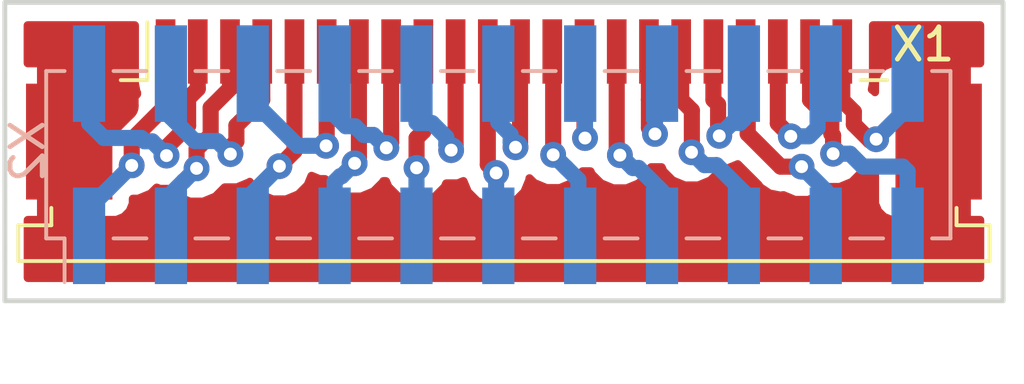
<source format=kicad_pcb>
(kicad_pcb (version 20171130) (host pcbnew 5.0.2-bee76a0~70~ubuntu18.04.1)

  (general
    (thickness 1.6)
    (drawings 6)
    (tracks 187)
    (zones 0)
    (modules 2)
    (nets 24)
  )

  (page A4)
  (layers
    (0 F.Cu signal)
    (31 B.Cu signal)
    (32 B.Adhes user)
    (33 F.Adhes user)
    (34 B.Paste user)
    (35 F.Paste user)
    (36 B.SilkS user)
    (37 F.SilkS user)
    (38 B.Mask user)
    (39 F.Mask user)
    (40 Dwgs.User user)
    (41 Cmts.User user)
    (42 Eco1.User user)
    (43 Eco2.User user)
    (44 Edge.Cuts user)
    (45 Margin user)
    (46 B.CrtYd user)
    (47 F.CrtYd user)
    (48 B.Fab user)
    (49 F.Fab user)
  )

  (setup
    (last_trace_width 0.25)
    (user_trace_width 0.3)
    (user_trace_width 0.4)
    (user_trace_width 0.5)
    (user_trace_width 0.8)
    (user_trace_width 1)
    (user_trace_width 1.5)
    (user_trace_width 2)
    (trace_clearance 0.2)
    (zone_clearance 0.508)
    (zone_45_only no)
    (trace_min 0.2)
    (segment_width 0.2)
    (edge_width 0.15)
    (via_size 0.8)
    (via_drill 0.4)
    (via_min_size 0.4)
    (via_min_drill 0.3)
    (uvia_size 0.3)
    (uvia_drill 0.1)
    (uvias_allowed no)
    (uvia_min_size 0.2)
    (uvia_min_drill 0.1)
    (pcb_text_width 0.3)
    (pcb_text_size 1.5 1.5)
    (mod_edge_width 0.15)
    (mod_text_size 1 1)
    (mod_text_width 0.15)
    (pad_size 1.524 1.524)
    (pad_drill 0.762)
    (pad_to_mask_clearance 0.051)
    (solder_mask_min_width 0.25)
    (aux_axis_origin 0 0)
    (visible_elements FFFFFF7F)
    (pcbplotparams
      (layerselection 0x010fc_ffffffff)
      (usegerberextensions false)
      (usegerberattributes false)
      (usegerberadvancedattributes false)
      (creategerberjobfile false)
      (excludeedgelayer true)
      (linewidth 0.100000)
      (plotframeref false)
      (viasonmask false)
      (mode 1)
      (useauxorigin false)
      (hpglpennumber 1)
      (hpglpenspeed 20)
      (hpglpendiameter 15.000000)
      (psnegative false)
      (psa4output false)
      (plotreference true)
      (plotvalue true)
      (plotinvisibletext false)
      (padsonsilk false)
      (subtractmaskfromsilk false)
      (outputformat 1)
      (mirror false)
      (drillshape 1)
      (scaleselection 1)
      (outputdirectory ""))
  )

  (net 0 "")
  (net 1 "Net-(X1-Pad1)")
  (net 2 "Net-(X1-Pad2)")
  (net 3 "Net-(X1-Pad3)")
  (net 4 "Net-(X1-Pad4)")
  (net 5 "Net-(X1-Pad5)")
  (net 6 "Net-(X1-Pad6)")
  (net 7 "Net-(X1-Pad7)")
  (net 8 "Net-(X1-Pad8)")
  (net 9 "Net-(X1-Pad9)")
  (net 10 "Net-(X1-Pad10)")
  (net 11 "Net-(X1-Pad11)")
  (net 12 "Net-(X1-Pad12)")
  (net 13 "Net-(X1-Pad13)")
  (net 14 "Net-(X1-Pad14)")
  (net 15 "Net-(X1-Pad15)")
  (net 16 "Net-(X1-Pad16)")
  (net 17 "Net-(X1-Pad17)")
  (net 18 "Net-(X1-Pad18)")
  (net 19 "Net-(X1-Pad19)")
  (net 20 "Net-(X1-Pad20)")
  (net 21 "Net-(X1-Pad21)")
  (net 22 "Net-(X1-Pad22)")
  (net 23 GND)

  (net_class Default "This is the default net class."
    (clearance 0.2)
    (trace_width 0.25)
    (via_dia 0.8)
    (via_drill 0.4)
    (uvia_dia 0.3)
    (uvia_drill 0.1)
    (add_net GND)
    (add_net "Net-(X1-Pad1)")
    (add_net "Net-(X1-Pad10)")
    (add_net "Net-(X1-Pad11)")
    (add_net "Net-(X1-Pad12)")
    (add_net "Net-(X1-Pad13)")
    (add_net "Net-(X1-Pad14)")
    (add_net "Net-(X1-Pad15)")
    (add_net "Net-(X1-Pad16)")
    (add_net "Net-(X1-Pad17)")
    (add_net "Net-(X1-Pad18)")
    (add_net "Net-(X1-Pad19)")
    (add_net "Net-(X1-Pad2)")
    (add_net "Net-(X1-Pad20)")
    (add_net "Net-(X1-Pad21)")
    (add_net "Net-(X1-Pad22)")
    (add_net "Net-(X1-Pad3)")
    (add_net "Net-(X1-Pad4)")
    (add_net "Net-(X1-Pad5)")
    (add_net "Net-(X1-Pad6)")
    (add_net "Net-(X1-Pad7)")
    (add_net "Net-(X1-Pad8)")
    (add_net "Net-(X1-Pad9)")
  )

  (module Connector_FFC-FPC:TE_2-84953-2_1x22-1MP_P1.0mm_Horizontal (layer F.Cu) (tedit 5AEE14E3) (tstamp 5E7C4C88)
    (at 145.324721 66.240801)
    (descr "TE FPC connector, 22 top-side contacts, 1.0mm pitch, 1.0mm height, SMT, http://www.te.com/commerce/DocumentDelivery/DDEController?Action=srchrtrv&DocNm=84953&DocType=Customer+Drawing&DocLang=English&DocFormat=pdf&PartCntxt=84953-4")
    (tags "te fpc 84953")
    (path /5E6E5B82)
    (attr smd)
    (fp_text reference X1 (at 13.018879 -2.019441) (layer F.SilkS)
      (effects (font (size 1 1) (thickness 0.15)))
    )
    (fp_text value "Molex 52207-2233" (at 0 7.7) (layer F.Fab)
      (effects (font (size 1 1) (thickness 0.15)))
    )
    (fp_line (start -13.935 -0.8) (end 13.935 -0.8) (layer F.Fab) (width 0.1))
    (fp_line (start 13.935 -0.8) (end 13.935 3.71) (layer F.Fab) (width 0.1))
    (fp_line (start 13.935 3.71) (end 14.96 3.71) (layer F.Fab) (width 0.1))
    (fp_line (start 14.96 3.71) (end 14.96 4.6) (layer F.Fab) (width 0.1))
    (fp_line (start 14.96 4.6) (end -14.96 4.6) (layer F.Fab) (width 0.1))
    (fp_line (start -14.96 4.6) (end -14.96 3.71) (layer F.Fab) (width 0.1))
    (fp_line (start -14.96 3.71) (end -13.935 3.71) (layer F.Fab) (width 0.1))
    (fp_line (start -13.935 3.71) (end -13.935 -0.8) (layer F.Fab) (width 0.1))
    (fp_line (start -11 -0.8) (end -10.5 0.2) (layer F.Fab) (width 0.1))
    (fp_line (start -10.5 0.2) (end -10 -0.8) (layer F.Fab) (width 0.1))
    (fp_line (start 13.935 4.6) (end 13.935 5.61) (layer F.Fab) (width 0.1))
    (fp_line (start 13.935 5.61) (end 14.96 5.61) (layer F.Fab) (width 0.1))
    (fp_line (start 14.96 5.61) (end 14.96 6.5) (layer F.Fab) (width 0.1))
    (fp_line (start 14.96 6.5) (end -14.96 6.5) (layer F.Fab) (width 0.1))
    (fp_line (start -14.96 6.5) (end -14.96 5.61) (layer F.Fab) (width 0.1))
    (fp_line (start -14.96 5.61) (end -13.935 5.61) (layer F.Fab) (width 0.1))
    (fp_line (start -13.935 5.61) (end -13.935 4.6) (layer F.Fab) (width 0.1))
    (fp_line (start 14.045 3.06) (end 14.045 3.6) (layer F.SilkS) (width 0.12))
    (fp_line (start 14.045 3.6) (end 15.07 3.6) (layer F.SilkS) (width 0.12))
    (fp_line (start 15.07 3.6) (end 15.07 4.71) (layer F.SilkS) (width 0.12))
    (fp_line (start 15.07 4.71) (end -15.07 4.71) (layer F.SilkS) (width 0.12))
    (fp_line (start -15.07 4.71) (end -15.07 3.6) (layer F.SilkS) (width 0.12))
    (fp_line (start -15.07 3.6) (end -14.045 3.6) (layer F.SilkS) (width 0.12))
    (fp_line (start -14.045 3.6) (end -14.045 3.06) (layer F.SilkS) (width 0.12))
    (fp_line (start -11.89 -0.91) (end -11.065 -0.91) (layer F.SilkS) (width 0.12))
    (fp_line (start -11.065 -0.91) (end -11.065 -2.71) (layer F.SilkS) (width 0.12))
    (fp_line (start 11.065 -0.91) (end 11.89 -0.91) (layer F.SilkS) (width 0.12))
    (fp_line (start -15.46 -3.3) (end -15.46 7) (layer F.CrtYd) (width 0.05))
    (fp_line (start -15.46 7) (end 15.46 7) (layer F.CrtYd) (width 0.05))
    (fp_line (start 15.46 7) (end 15.46 -3.3) (layer F.CrtYd) (width 0.05))
    (fp_line (start 15.46 -3.3) (end -15.46 -3.3) (layer F.CrtYd) (width 0.05))
    (fp_text user %R (at 13.021419 -2.019441) (layer F.Fab)
      (effects (font (size 1 1) (thickness 0.15)))
    )
    (pad 1 smd rect (at -10.5 -1.8) (size 0.61 2) (layers F.Cu F.Paste F.Mask)
      (net 1 "Net-(X1-Pad1)"))
    (pad 2 smd rect (at -9.5 -1.8) (size 0.61 2) (layers F.Cu F.Paste F.Mask)
      (net 2 "Net-(X1-Pad2)"))
    (pad 3 smd rect (at -8.5 -1.8) (size 0.61 2) (layers F.Cu F.Paste F.Mask)
      (net 3 "Net-(X1-Pad3)"))
    (pad 4 smd rect (at -7.5 -1.8) (size 0.61 2) (layers F.Cu F.Paste F.Mask)
      (net 4 "Net-(X1-Pad4)"))
    (pad 5 smd rect (at -6.5 -1.8) (size 0.61 2) (layers F.Cu F.Paste F.Mask)
      (net 5 "Net-(X1-Pad5)"))
    (pad 6 smd rect (at -5.5 -1.8) (size 0.61 2) (layers F.Cu F.Paste F.Mask)
      (net 6 "Net-(X1-Pad6)"))
    (pad 7 smd rect (at -4.5 -1.8) (size 0.61 2) (layers F.Cu F.Paste F.Mask)
      (net 7 "Net-(X1-Pad7)"))
    (pad 8 smd rect (at -3.5 -1.8) (size 0.61 2) (layers F.Cu F.Paste F.Mask)
      (net 8 "Net-(X1-Pad8)"))
    (pad 9 smd rect (at -2.5 -1.8) (size 0.61 2) (layers F.Cu F.Paste F.Mask)
      (net 9 "Net-(X1-Pad9)"))
    (pad 10 smd rect (at -1.5 -1.8) (size 0.61 2) (layers F.Cu F.Paste F.Mask)
      (net 10 "Net-(X1-Pad10)"))
    (pad 11 smd rect (at -0.5 -1.8) (size 0.61 2) (layers F.Cu F.Paste F.Mask)
      (net 11 "Net-(X1-Pad11)"))
    (pad 12 smd rect (at 0.5 -1.8) (size 0.61 2) (layers F.Cu F.Paste F.Mask)
      (net 12 "Net-(X1-Pad12)"))
    (pad 13 smd rect (at 1.5 -1.8) (size 0.61 2) (layers F.Cu F.Paste F.Mask)
      (net 13 "Net-(X1-Pad13)"))
    (pad 14 smd rect (at 2.5 -1.8) (size 0.61 2) (layers F.Cu F.Paste F.Mask)
      (net 14 "Net-(X1-Pad14)"))
    (pad 15 smd rect (at 3.5 -1.8) (size 0.61 2) (layers F.Cu F.Paste F.Mask)
      (net 15 "Net-(X1-Pad15)"))
    (pad 16 smd rect (at 4.5 -1.8) (size 0.61 2) (layers F.Cu F.Paste F.Mask)
      (net 16 "Net-(X1-Pad16)"))
    (pad 17 smd rect (at 5.5 -1.8) (size 0.61 2) (layers F.Cu F.Paste F.Mask)
      (net 17 "Net-(X1-Pad17)"))
    (pad 18 smd rect (at 6.5 -1.8) (size 0.61 2) (layers F.Cu F.Paste F.Mask)
      (net 18 "Net-(X1-Pad18)"))
    (pad 19 smd rect (at 7.5 -1.8) (size 0.61 2) (layers F.Cu F.Paste F.Mask)
      (net 19 "Net-(X1-Pad19)"))
    (pad 20 smd rect (at 8.5 -1.8) (size 0.61 2) (layers F.Cu F.Paste F.Mask)
      (net 20 "Net-(X1-Pad20)"))
    (pad 21 smd rect (at 9.5 -1.8) (size 0.61 2) (layers F.Cu F.Paste F.Mask)
      (net 21 "Net-(X1-Pad21)"))
    (pad 22 smd rect (at 10.5 -1.8) (size 0.61 2) (layers F.Cu F.Paste F.Mask)
      (net 22 "Net-(X1-Pad22)"))
    (pad MP smd rect (at -13.49 1) (size 2.68 3.6) (layers F.Cu F.Paste F.Mask)
      (net 23 GND))
    (pad MP smd rect (at 13.49 1) (size 2.68 3.6) (layers F.Cu F.Paste F.Mask)
      (net 23 GND))
    (model ${KISYS3DMOD}/Connector_FFC-FPC.3dshapes/TE_2-84953-2_1x22-1MP_P1.0mm_Horizontal.wrl
      (at (xyz 0 0 0))
      (scale (xyz 1 1 1))
      (rotate (xyz 0 0 0))
    )
    (model /home/mstickel/code/Wing/DivaWing/Hardware/Console/522072233.stp
      (offset (xyz 0 -2.1 1.27))
      (scale (xyz 1 1 1))
      (rotate (xyz -90 0 0))
    )
  )

  (module Connector_PinSocket_2.54mm:PinSocket_2x11_P2.54mm_Vertical_SMD (layer B.Cu) (tedit 5A19A42C) (tstamp 5E7C4D09)
    (at 145.15084 67.64782 270)
    (descr "surface-mounted straight socket strip, 2x11, 2.54mm pitch, double cols (from Kicad 4.0.7), script generated")
    (tags "Surface mounted socket strip SMD 2x11 2.54mm double row")
    (path /5E6E5DA9)
    (attr smd)
    (fp_text reference X2 (at -0.10668 14.60754 270) (layer B.SilkS)
      (effects (font (size 1 1) (thickness 0.15)) (justify mirror))
    )
    (fp_text value Conn_01x22 (at 0 -15.47 270) (layer B.Fab)
      (effects (font (size 1 1) (thickness 0.15)) (justify mirror))
    )
    (fp_line (start -2.6 14.03) (end 2.6 14.03) (layer B.SilkS) (width 0.12))
    (fp_line (start 2.6 14.03) (end 2.6 13.46) (layer B.SilkS) (width 0.12))
    (fp_line (start 2.6 11.94) (end 2.6 10.92) (layer B.SilkS) (width 0.12))
    (fp_line (start 2.6 9.4) (end 2.6 8.38) (layer B.SilkS) (width 0.12))
    (fp_line (start 2.6 6.86) (end 2.6 5.84) (layer B.SilkS) (width 0.12))
    (fp_line (start 2.6 4.32) (end 2.6 3.3) (layer B.SilkS) (width 0.12))
    (fp_line (start 2.6 1.78) (end 2.6 0.76) (layer B.SilkS) (width 0.12))
    (fp_line (start 2.6 -0.76) (end 2.6 -1.78) (layer B.SilkS) (width 0.12))
    (fp_line (start 2.6 -3.3) (end 2.6 -4.32) (layer B.SilkS) (width 0.12))
    (fp_line (start 2.6 -5.84) (end 2.6 -6.86) (layer B.SilkS) (width 0.12))
    (fp_line (start 2.6 -8.38) (end 2.6 -9.4) (layer B.SilkS) (width 0.12))
    (fp_line (start 2.6 -10.92) (end 2.6 -11.94) (layer B.SilkS) (width 0.12))
    (fp_line (start 2.6 -13.46) (end 2.6 -14.03) (layer B.SilkS) (width 0.12))
    (fp_line (start -2.6 -14.03) (end 2.6 -14.03) (layer B.SilkS) (width 0.12))
    (fp_line (start -2.6 14.03) (end -2.6 13.46) (layer B.SilkS) (width 0.12))
    (fp_line (start -2.6 11.94) (end -2.6 10.92) (layer B.SilkS) (width 0.12))
    (fp_line (start -2.6 9.4) (end -2.6 8.38) (layer B.SilkS) (width 0.12))
    (fp_line (start -2.6 6.86) (end -2.6 5.84) (layer B.SilkS) (width 0.12))
    (fp_line (start -2.6 4.32) (end -2.6 3.3) (layer B.SilkS) (width 0.12))
    (fp_line (start -2.6 1.78) (end -2.6 0.76) (layer B.SilkS) (width 0.12))
    (fp_line (start -2.6 -0.76) (end -2.6 -1.78) (layer B.SilkS) (width 0.12))
    (fp_line (start -2.6 -3.3) (end -2.6 -4.32) (layer B.SilkS) (width 0.12))
    (fp_line (start -2.6 -5.84) (end -2.6 -6.86) (layer B.SilkS) (width 0.12))
    (fp_line (start -2.6 -8.38) (end -2.6 -9.4) (layer B.SilkS) (width 0.12))
    (fp_line (start -2.6 -10.92) (end -2.6 -11.94) (layer B.SilkS) (width 0.12))
    (fp_line (start -2.6 -13.46) (end -2.6 -14.03) (layer B.SilkS) (width 0.12))
    (fp_line (start 2.6 13.46) (end 3.96 13.46) (layer B.SilkS) (width 0.12))
    (fp_line (start -2.54 13.97) (end 1.54 13.97) (layer B.Fab) (width 0.1))
    (fp_line (start 1.54 13.97) (end 2.54 12.97) (layer B.Fab) (width 0.1))
    (fp_line (start 2.54 12.97) (end 2.54 -13.97) (layer B.Fab) (width 0.1))
    (fp_line (start 2.54 -13.97) (end -2.54 -13.97) (layer B.Fab) (width 0.1))
    (fp_line (start -2.54 -13.97) (end -2.54 13.97) (layer B.Fab) (width 0.1))
    (fp_line (start -3.92 13.02) (end -2.54 13.02) (layer B.Fab) (width 0.1))
    (fp_line (start -2.54 12.38) (end -3.92 12.38) (layer B.Fab) (width 0.1))
    (fp_line (start -3.92 12.38) (end -3.92 13.02) (layer B.Fab) (width 0.1))
    (fp_line (start 2.54 13.02) (end 3.92 13.02) (layer B.Fab) (width 0.1))
    (fp_line (start 3.92 13.02) (end 3.92 12.38) (layer B.Fab) (width 0.1))
    (fp_line (start 3.92 12.38) (end 2.54 12.38) (layer B.Fab) (width 0.1))
    (fp_line (start -3.92 10.48) (end -2.54 10.48) (layer B.Fab) (width 0.1))
    (fp_line (start -2.54 9.84) (end -3.92 9.84) (layer B.Fab) (width 0.1))
    (fp_line (start -3.92 9.84) (end -3.92 10.48) (layer B.Fab) (width 0.1))
    (fp_line (start 2.54 10.48) (end 3.92 10.48) (layer B.Fab) (width 0.1))
    (fp_line (start 3.92 10.48) (end 3.92 9.84) (layer B.Fab) (width 0.1))
    (fp_line (start 3.92 9.84) (end 2.54 9.84) (layer B.Fab) (width 0.1))
    (fp_line (start -3.92 7.94) (end -2.54 7.94) (layer B.Fab) (width 0.1))
    (fp_line (start -2.54 7.3) (end -3.92 7.3) (layer B.Fab) (width 0.1))
    (fp_line (start -3.92 7.3) (end -3.92 7.94) (layer B.Fab) (width 0.1))
    (fp_line (start 2.54 7.94) (end 3.92 7.94) (layer B.Fab) (width 0.1))
    (fp_line (start 3.92 7.94) (end 3.92 7.3) (layer B.Fab) (width 0.1))
    (fp_line (start 3.92 7.3) (end 2.54 7.3) (layer B.Fab) (width 0.1))
    (fp_line (start -3.92 5.4) (end -2.54 5.4) (layer B.Fab) (width 0.1))
    (fp_line (start -2.54 4.76) (end -3.92 4.76) (layer B.Fab) (width 0.1))
    (fp_line (start -3.92 4.76) (end -3.92 5.4) (layer B.Fab) (width 0.1))
    (fp_line (start 2.54 5.4) (end 3.92 5.4) (layer B.Fab) (width 0.1))
    (fp_line (start 3.92 5.4) (end 3.92 4.76) (layer B.Fab) (width 0.1))
    (fp_line (start 3.92 4.76) (end 2.54 4.76) (layer B.Fab) (width 0.1))
    (fp_line (start -3.92 2.86) (end -2.54 2.86) (layer B.Fab) (width 0.1))
    (fp_line (start -2.54 2.22) (end -3.92 2.22) (layer B.Fab) (width 0.1))
    (fp_line (start -3.92 2.22) (end -3.92 2.86) (layer B.Fab) (width 0.1))
    (fp_line (start 2.54 2.86) (end 3.92 2.86) (layer B.Fab) (width 0.1))
    (fp_line (start 3.92 2.86) (end 3.92 2.22) (layer B.Fab) (width 0.1))
    (fp_line (start 3.92 2.22) (end 2.54 2.22) (layer B.Fab) (width 0.1))
    (fp_line (start -3.92 0.32) (end -2.54 0.32) (layer B.Fab) (width 0.1))
    (fp_line (start -2.54 -0.32) (end -3.92 -0.32) (layer B.Fab) (width 0.1))
    (fp_line (start -3.92 -0.32) (end -3.92 0.32) (layer B.Fab) (width 0.1))
    (fp_line (start 2.54 0.32) (end 3.92 0.32) (layer B.Fab) (width 0.1))
    (fp_line (start 3.92 0.32) (end 3.92 -0.32) (layer B.Fab) (width 0.1))
    (fp_line (start 3.92 -0.32) (end 2.54 -0.32) (layer B.Fab) (width 0.1))
    (fp_line (start -3.92 -2.22) (end -2.54 -2.22) (layer B.Fab) (width 0.1))
    (fp_line (start -2.54 -2.86) (end -3.92 -2.86) (layer B.Fab) (width 0.1))
    (fp_line (start -3.92 -2.86) (end -3.92 -2.22) (layer B.Fab) (width 0.1))
    (fp_line (start 2.54 -2.22) (end 3.92 -2.22) (layer B.Fab) (width 0.1))
    (fp_line (start 3.92 -2.22) (end 3.92 -2.86) (layer B.Fab) (width 0.1))
    (fp_line (start 3.92 -2.86) (end 2.54 -2.86) (layer B.Fab) (width 0.1))
    (fp_line (start -3.92 -4.76) (end -2.54 -4.76) (layer B.Fab) (width 0.1))
    (fp_line (start -2.54 -5.4) (end -3.92 -5.4) (layer B.Fab) (width 0.1))
    (fp_line (start -3.92 -5.4) (end -3.92 -4.76) (layer B.Fab) (width 0.1))
    (fp_line (start 2.54 -4.76) (end 3.92 -4.76) (layer B.Fab) (width 0.1))
    (fp_line (start 3.92 -4.76) (end 3.92 -5.4) (layer B.Fab) (width 0.1))
    (fp_line (start 3.92 -5.4) (end 2.54 -5.4) (layer B.Fab) (width 0.1))
    (fp_line (start -3.92 -7.3) (end -2.54 -7.3) (layer B.Fab) (width 0.1))
    (fp_line (start -2.54 -7.94) (end -3.92 -7.94) (layer B.Fab) (width 0.1))
    (fp_line (start -3.92 -7.94) (end -3.92 -7.3) (layer B.Fab) (width 0.1))
    (fp_line (start 2.54 -7.3) (end 3.92 -7.3) (layer B.Fab) (width 0.1))
    (fp_line (start 3.92 -7.3) (end 3.92 -7.94) (layer B.Fab) (width 0.1))
    (fp_line (start 3.92 -7.94) (end 2.54 -7.94) (layer B.Fab) (width 0.1))
    (fp_line (start -3.92 -9.84) (end -2.54 -9.84) (layer B.Fab) (width 0.1))
    (fp_line (start -2.54 -10.48) (end -3.92 -10.48) (layer B.Fab) (width 0.1))
    (fp_line (start -3.92 -10.48) (end -3.92 -9.84) (layer B.Fab) (width 0.1))
    (fp_line (start 2.54 -9.84) (end 3.92 -9.84) (layer B.Fab) (width 0.1))
    (fp_line (start 3.92 -9.84) (end 3.92 -10.48) (layer B.Fab) (width 0.1))
    (fp_line (start 3.92 -10.48) (end 2.54 -10.48) (layer B.Fab) (width 0.1))
    (fp_line (start -3.92 -12.38) (end -2.54 -12.38) (layer B.Fab) (width 0.1))
    (fp_line (start -2.54 -13.02) (end -3.92 -13.02) (layer B.Fab) (width 0.1))
    (fp_line (start -3.92 -13.02) (end -3.92 -12.38) (layer B.Fab) (width 0.1))
    (fp_line (start 2.54 -12.38) (end 3.92 -12.38) (layer B.Fab) (width 0.1))
    (fp_line (start 3.92 -12.38) (end 3.92 -13.02) (layer B.Fab) (width 0.1))
    (fp_line (start 3.92 -13.02) (end 2.54 -13.02) (layer B.Fab) (width 0.1))
    (fp_line (start -4.55 14.5) (end 4.5 14.5) (layer B.CrtYd) (width 0.05))
    (fp_line (start 4.5 14.5) (end 4.5 -14.45) (layer B.CrtYd) (width 0.05))
    (fp_line (start 4.5 -14.45) (end -4.55 -14.45) (layer B.CrtYd) (width 0.05))
    (fp_line (start -4.55 -14.45) (end -4.55 14.5) (layer B.CrtYd) (width 0.05))
    (fp_text user %R (at -0.10668 14.61516 270) (layer B.Fab)
      (effects (font (size 1 1) (thickness 0.15)) (justify mirror))
    )
    (pad 1 smd rect (at 2.52 12.7 270) (size 3 1) (layers B.Cu B.Paste B.Mask)
      (net 1 "Net-(X1-Pad1)"))
    (pad 2 smd rect (at -2.52 12.7 270) (size 3 1) (layers B.Cu B.Paste B.Mask)
      (net 2 "Net-(X1-Pad2)"))
    (pad 3 smd rect (at 2.52 10.16 270) (size 3 1) (layers B.Cu B.Paste B.Mask)
      (net 3 "Net-(X1-Pad3)"))
    (pad 4 smd rect (at -2.52 10.16 270) (size 3 1) (layers B.Cu B.Paste B.Mask)
      (net 4 "Net-(X1-Pad4)"))
    (pad 5 smd rect (at 2.52 7.62 270) (size 3 1) (layers B.Cu B.Paste B.Mask)
      (net 5 "Net-(X1-Pad5)"))
    (pad 6 smd rect (at -2.52 7.62 270) (size 3 1) (layers B.Cu B.Paste B.Mask)
      (net 6 "Net-(X1-Pad6)"))
    (pad 7 smd rect (at 2.52 5.08 270) (size 3 1) (layers B.Cu B.Paste B.Mask)
      (net 7 "Net-(X1-Pad7)"))
    (pad 8 smd rect (at -2.52 5.08 270) (size 3 1) (layers B.Cu B.Paste B.Mask)
      (net 8 "Net-(X1-Pad8)"))
    (pad 9 smd rect (at 2.52 2.54 270) (size 3 1) (layers B.Cu B.Paste B.Mask)
      (net 9 "Net-(X1-Pad9)"))
    (pad 10 smd rect (at -2.52 2.54 270) (size 3 1) (layers B.Cu B.Paste B.Mask)
      (net 10 "Net-(X1-Pad10)"))
    (pad 11 smd rect (at 2.52 0 270) (size 3 1) (layers B.Cu B.Paste B.Mask)
      (net 11 "Net-(X1-Pad11)"))
    (pad 12 smd rect (at -2.52 0 270) (size 3 1) (layers B.Cu B.Paste B.Mask)
      (net 12 "Net-(X1-Pad12)"))
    (pad 13 smd rect (at 2.52 -2.54 270) (size 3 1) (layers B.Cu B.Paste B.Mask)
      (net 13 "Net-(X1-Pad13)"))
    (pad 14 smd rect (at -2.52 -2.54 270) (size 3 1) (layers B.Cu B.Paste B.Mask)
      (net 14 "Net-(X1-Pad14)"))
    (pad 15 smd rect (at 2.52 -5.08 270) (size 3 1) (layers B.Cu B.Paste B.Mask)
      (net 15 "Net-(X1-Pad15)"))
    (pad 16 smd rect (at -2.52 -5.08 270) (size 3 1) (layers B.Cu B.Paste B.Mask)
      (net 16 "Net-(X1-Pad16)"))
    (pad 17 smd rect (at 2.52 -7.62 270) (size 3 1) (layers B.Cu B.Paste B.Mask)
      (net 17 "Net-(X1-Pad17)"))
    (pad 18 smd rect (at -2.52 -7.62 270) (size 3 1) (layers B.Cu B.Paste B.Mask)
      (net 18 "Net-(X1-Pad18)"))
    (pad 19 smd rect (at 2.52 -10.16 270) (size 3 1) (layers B.Cu B.Paste B.Mask)
      (net 19 "Net-(X1-Pad19)"))
    (pad 20 smd rect (at -2.52 -10.16 270) (size 3 1) (layers B.Cu B.Paste B.Mask)
      (net 20 "Net-(X1-Pad20)"))
    (pad 21 smd rect (at 2.52 -12.7 270) (size 3 1) (layers B.Cu B.Paste B.Mask)
      (net 21 "Net-(X1-Pad21)"))
    (pad 22 smd rect (at -2.52 -12.7 270) (size 3 1) (layers B.Cu B.Paste B.Mask)
      (net 22 "Net-(X1-Pad22)"))
    (model ${KISYS3DMOD}/Connector_PinSocket_2.54mm.3dshapes/PinSocket_2x11_P2.54mm_Vertical_SMD.wrl
      (at (xyz 0 0 0))
      (scale (xyz 1 1 1))
      (rotate (xyz 0 0 0))
    )
  )

  (gr_text fpc22-hdr (at 153.57348 70.22338) (layer F.Mask)
    (effects (font (size 1.5 1.5) (thickness 0.3)))
  )
  (gr_text llg.cubic.org (at 137.83564 70.20052) (layer F.Mask)
    (effects (font (size 1.5 1.5) (thickness 0.3)))
  )
  (gr_line (start 129.83972 72.1868) (end 129.83718 62.9158) (layer Edge.Cuts) (width 0.15))
  (gr_line (start 160.81248 72.1868) (end 129.83972 72.1868) (layer Edge.Cuts) (width 0.15))
  (gr_line (start 160.81248 62.9158) (end 160.81248 72.1868) (layer Edge.Cuts) (width 0.15))
  (gr_line (start 129.83972 62.9158) (end 160.81248 62.9158) (layer Edge.Cuts) (width 0.15))

  (via (at 133.774721 67.980845) (size 0.8) (drill 0.4) (layers F.Cu B.Cu) (net 1))
  (segment (start 132.45084 70.16782) (end 132.45084 69.304726) (width 0.5) (layer B.Cu) (net 1))
  (segment (start 132.45084 69.304726) (end 133.774721 67.980845) (width 0.5) (layer B.Cu) (net 1))
  (segment (start 134.824721 65.940801) (end 134.824721 64.440801) (width 0.5) (layer F.Cu) (net 1))
  (segment (start 134.824721 66.137396) (end 134.824721 65.940801) (width 0.5) (layer F.Cu) (net 1))
  (segment (start 133.774721 67.187396) (end 134.824721 66.137396) (width 0.5) (layer F.Cu) (net 1))
  (segment (start 133.774721 67.980845) (end 133.774721 67.187396) (width 0.5) (layer F.Cu) (net 1))
  (via (at 134.85413 67.674927) (size 0.8) (drill 0.4) (layers F.Cu B.Cu) (net 2))
  (segment (start 134.85413 67.418132) (end 134.85413 67.674927) (width 0.5) (layer F.Cu) (net 2))
  (segment (start 135.524731 66.747532) (end 134.85413 67.418132) (width 0.5) (layer F.Cu) (net 2))
  (segment (start 135.824721 64.440801) (end 135.824721 65.599819) (width 0.5) (layer F.Cu) (net 2))
  (segment (start 135.524731 65.899809) (end 135.524731 66.747532) (width 0.5) (layer F.Cu) (net 2))
  (segment (start 135.824721 65.599819) (end 135.524731 65.899809) (width 0.5) (layer F.Cu) (net 2))
  (segment (start 134.410463 67.23126) (end 134.85413 67.674927) (width 0.5) (layer B.Cu) (net 2))
  (segment (start 134.1755 67.23126) (end 134.410463 67.23126) (width 0.5) (layer B.Cu) (net 2))
  (segment (start 132.45084 65.12782) (end 132.45084 66.66484) (width 0.5) (layer B.Cu) (net 2))
  (segment (start 132.91312 67.12712) (end 134.07136 67.12712) (width 0.5) (layer B.Cu) (net 2))
  (segment (start 132.45084 66.66484) (end 132.91312 67.12712) (width 0.5) (layer B.Cu) (net 2))
  (segment (start 134.07136 67.12712) (end 134.1755 67.23126) (width 0.5) (layer B.Cu) (net 2))
  (via (at 135.786795 68.072077) (size 0.8) (drill 0.4) (layers F.Cu B.Cu) (net 3))
  (segment (start 135.386796 68.472076) (end 135.383244 68.472076) (width 0.5) (layer B.Cu) (net 3))
  (segment (start 135.786795 68.072077) (end 135.386796 68.472076) (width 0.5) (layer B.Cu) (net 3))
  (segment (start 134.99084 68.86448) (end 134.99084 70.16782) (width 0.5) (layer B.Cu) (net 3))
  (segment (start 135.383244 68.472076) (end 134.99084 68.86448) (width 0.5) (layer B.Cu) (net 3))
  (segment (start 135.786795 67.475431) (end 135.786795 68.072077) (width 0.5) (layer F.Cu) (net 3))
  (segment (start 136.224741 67.037485) (end 135.786795 67.475431) (width 0.5) (layer F.Cu) (net 3))
  (segment (start 136.824721 64.440801) (end 136.824721 65.589782) (width 0.5) (layer F.Cu) (net 3))
  (segment (start 136.224741 66.189762) (end 136.224741 67.037485) (width 0.5) (layer F.Cu) (net 3))
  (segment (start 136.824721 65.589782) (end 136.224741 66.189762) (width 0.5) (layer F.Cu) (net 3))
  (via (at 136.835663 67.62848) (size 0.8) (drill 0.4) (layers F.Cu B.Cu) (net 4))
  (segment (start 137.02284 66.742682) (end 137.824721 65.940801) (width 0.5) (layer F.Cu) (net 4))
  (segment (start 137.02284 67.229349) (end 137.02284 66.742682) (width 0.5) (layer F.Cu) (net 4))
  (segment (start 137.824721 65.940801) (end 137.824721 64.440801) (width 0.5) (layer F.Cu) (net 4))
  (segment (start 136.835663 67.62848) (end 136.835663 67.416526) (width 0.5) (layer F.Cu) (net 4))
  (segment (start 136.835663 67.416526) (end 137.02284 67.229349) (width 0.5) (layer F.Cu) (net 4))
  (segment (start 136.435664 67.228481) (end 136.835663 67.62848) (width 0.5) (layer B.Cu) (net 4))
  (segment (start 136.429259 67.222076) (end 136.435664 67.228481) (width 0.5) (layer B.Cu) (net 4))
  (segment (start 135.730956 67.222076) (end 136.429259 67.222076) (width 0.5) (layer B.Cu) (net 4))
  (segment (start 134.99084 66.48196) (end 135.730956 67.222076) (width 0.5) (layer B.Cu) (net 4))
  (segment (start 134.99084 65.12782) (end 134.99084 66.48196) (width 0.5) (layer B.Cu) (net 4))
  (via (at 138.357625 68.00361) (size 0.8) (drill 0.4) (layers F.Cu B.Cu) (net 5))
  (segment (start 138.824721 64.440801) (end 138.824721 67.536514) (width 0.5) (layer F.Cu) (net 5))
  (segment (start 138.824721 67.536514) (end 138.357625 68.00361) (width 0.5) (layer F.Cu) (net 5))
  (segment (start 137.53084 68.830395) (end 138.357625 68.00361) (width 0.5) (layer B.Cu) (net 5))
  (segment (start 137.53084 70.16782) (end 137.53084 68.830395) (width 0.5) (layer B.Cu) (net 5))
  (via (at 139.80668 67.37096) (size 0.8) (drill 0.4) (layers F.Cu B.Cu) (net 6))
  (segment (start 139.824721 64.440801) (end 139.824721 67.352919) (width 0.5) (layer F.Cu) (net 6))
  (segment (start 139.824721 67.352919) (end 139.80668 67.37096) (width 0.5) (layer F.Cu) (net 6))
  (segment (start 139.80668 67.37096) (end 139.240995 67.37096) (width 0.5) (layer B.Cu) (net 6))
  (segment (start 137.53084 65.12782) (end 137.53084 65.9765) (width 0.5) (layer B.Cu) (net 6))
  (segment (start 138.9253 67.37096) (end 139.240995 67.37096) (width 0.5) (layer B.Cu) (net 6))
  (segment (start 137.53084 65.9765) (end 138.9253 67.37096) (width 0.5) (layer B.Cu) (net 6))
  (segment (start 140.824721 64.440801) (end 140.824721 67.781455) (width 0.5) (layer F.Cu) (net 7))
  (via (at 140.692211 67.913965) (size 0.8) (drill 0.4) (layers F.Cu B.Cu) (net 7))
  (segment (start 140.824721 67.781455) (end 140.692211 67.913965) (width 0.5) (layer F.Cu) (net 7))
  (segment (start 140.292212 68.313964) (end 140.246764 68.313964) (width 0.5) (layer B.Cu) (net 7))
  (segment (start 140.692211 67.913965) (end 140.292212 68.313964) (width 0.5) (layer B.Cu) (net 7))
  (segment (start 140.07084 68.489888) (end 140.07084 70.16782) (width 0.5) (layer B.Cu) (net 7))
  (segment (start 140.246764 68.313964) (end 140.07084 68.489888) (width 0.5) (layer B.Cu) (net 7))
  (via (at 141.674721 67.433881) (size 0.8) (drill 0.4) (layers F.Cu B.Cu) (net 8))
  (segment (start 141.824721 64.440801) (end 141.824721 67.283881) (width 0.5) (layer F.Cu) (net 8))
  (segment (start 141.824721 67.283881) (end 141.674721 67.433881) (width 0.5) (layer F.Cu) (net 8))
  (segment (start 141.274722 67.033882) (end 140.974338 67.033882) (width 0.5) (layer B.Cu) (net 8))
  (segment (start 141.674721 67.433881) (end 141.274722 67.033882) (width 0.5) (layer B.Cu) (net 8))
  (segment (start 140.704356 66.7639) (end 140.42136 66.7639) (width 0.5) (layer B.Cu) (net 8))
  (segment (start 140.974338 67.033882) (end 140.704356 66.7639) (width 0.5) (layer B.Cu) (net 8))
  (segment (start 140.07084 66.41338) (end 140.07084 65.12782) (width 0.5) (layer B.Cu) (net 8))
  (segment (start 140.42136 66.7639) (end 140.07084 66.41338) (width 0.5) (layer B.Cu) (net 8))
  (via (at 142.61338 68.05676) (size 0.8) (drill 0.4) (layers F.Cu B.Cu) (net 9))
  (segment (start 142.61084 70.16782) (end 142.61084 68.0593) (width 0.5) (layer B.Cu) (net 9))
  (segment (start 142.61084 68.0593) (end 142.61338 68.05676) (width 0.5) (layer B.Cu) (net 9))
  (segment (start 142.61338 68.05676) (end 142.61338 67.13474) (width 0.5) (layer F.Cu) (net 9))
  (segment (start 142.824721 66.923399) (end 142.824721 64.440801) (width 0.5) (layer F.Cu) (net 9))
  (segment (start 142.61338 67.13474) (end 142.824721 66.923399) (width 0.5) (layer F.Cu) (net 9))
  (via (at 143.686983 67.504911) (size 0.8) (drill 0.4) (layers F.Cu B.Cu) (net 10))
  (segment (start 143.824721 64.440801) (end 143.824721 67.367173) (width 0.5) (layer F.Cu) (net 10))
  (segment (start 143.824721 67.367173) (end 143.686983 67.504911) (width 0.5) (layer F.Cu) (net 10))
  (segment (start 142.61084 66.64198) (end 142.61084 65.12782) (width 0.5) (layer B.Cu) (net 10))
  (segment (start 143.095041 66.665739) (end 142.634599 66.665739) (width 0.5) (layer B.Cu) (net 10))
  (segment (start 142.634599 66.665739) (end 142.61084 66.64198) (width 0.5) (layer B.Cu) (net 10))
  (segment (start 143.537041 67.107739) (end 143.095041 66.665739) (width 0.5) (layer B.Cu) (net 10))
  (segment (start 143.686983 67.504911) (end 143.537041 67.354969) (width 0.5) (layer B.Cu) (net 10))
  (segment (start 143.537041 67.354969) (end 143.537041 67.107739) (width 0.5) (layer B.Cu) (net 10))
  (segment (start 145.15084 68.88226) (end 145.15846 68.87464) (width 0.5) (layer B.Cu) (net 11))
  (segment (start 144.824721 64.440801) (end 144.824721 67.956312) (width 0.5) (layer F.Cu) (net 11))
  (via (at 145.083028 68.214619) (size 0.8) (drill 0.4) (layers F.Cu B.Cu) (net 11))
  (segment (start 144.824721 67.956312) (end 145.083028 68.214619) (width 0.5) (layer F.Cu) (net 11))
  (segment (start 145.083028 70.100008) (end 145.15084 70.16782) (width 0.5) (layer B.Cu) (net 11))
  (segment (start 145.083028 68.214619) (end 145.083028 70.100008) (width 0.5) (layer B.Cu) (net 11))
  (segment (start 145.15084 65.12782) (end 145.15084 65.114682) (width 0.4) (layer B.Cu) (net 12))
  (via (at 145.684177 67.41548) (size 0.8) (drill 0.4) (layers F.Cu B.Cu) (net 12))
  (segment (start 145.824721 64.440801) (end 145.824721 67.274936) (width 0.5) (layer F.Cu) (net 12))
  (segment (start 145.824721 67.274936) (end 145.684177 67.41548) (width 0.5) (layer F.Cu) (net 12))
  (segment (start 145.534309 67.265612) (end 145.534309 67.023792) (width 0.5) (layer B.Cu) (net 12))
  (segment (start 145.684177 67.41548) (end 145.534309 67.265612) (width 0.5) (layer B.Cu) (net 12))
  (segment (start 145.15084 66.640323) (end 145.15084 65.12782) (width 0.5) (layer B.Cu) (net 12))
  (segment (start 145.534309 67.023792) (end 145.15084 66.640323) (width 0.5) (layer B.Cu) (net 12))
  (segment (start 147.63496 70.11194) (end 147.69084 70.16782) (width 0.5) (layer B.Cu) (net 13))
  (via (at 146.85264 67.65036) (size 0.8) (drill 0.4) (layers F.Cu B.Cu) (net 13))
  (segment (start 146.824721 64.440801) (end 146.85264 64.46872) (width 0.5) (layer F.Cu) (net 13))
  (segment (start 146.85264 64.46872) (end 146.85264 67.65036) (width 0.5) (layer F.Cu) (net 13))
  (segment (start 147.255179 68.050359) (end 147.63496 68.43014) (width 0.5) (layer B.Cu) (net 13))
  (segment (start 147.252639 68.050359) (end 147.255179 68.050359) (width 0.5) (layer B.Cu) (net 13))
  (segment (start 146.85264 67.65036) (end 147.252639 68.050359) (width 0.5) (layer B.Cu) (net 13))
  (segment (start 147.63496 68.43014) (end 147.63496 70.11194) (width 0.5) (layer B.Cu) (net 13))
  (via (at 147.8407 67.12966) (size 0.8) (drill 0.4) (layers F.Cu B.Cu) (net 14))
  (segment (start 147.824721 64.440801) (end 147.824721 67.113681) (width 0.5) (layer F.Cu) (net 14))
  (segment (start 147.824721 67.113681) (end 147.8407 67.12966) (width 0.5) (layer F.Cu) (net 14))
  (segment (start 147.8407 65.27768) (end 147.69084 65.12782) (width 0.5) (layer B.Cu) (net 14))
  (segment (start 147.8407 67.12966) (end 147.8407 65.27768) (width 0.5) (layer B.Cu) (net 14))
  (via (at 148.92274 67.66052) (size 0.8) (drill 0.4) (layers F.Cu B.Cu) (net 15))
  (segment (start 148.824721 64.440801) (end 148.824721 67.562501) (width 0.5) (layer F.Cu) (net 15))
  (segment (start 148.824721 67.562501) (end 148.92274 67.66052) (width 0.5) (layer F.Cu) (net 15))
  (segment (start 148.92274 67.66052) (end 149.322739 68.060519) (width 0.5) (layer B.Cu) (net 15))
  (segment (start 150.23084 70.16782) (end 150.23084 68.78574) (width 0.5) (layer B.Cu) (net 15))
  (segment (start 149.505619 68.060519) (end 149.322739 68.060519) (width 0.5) (layer B.Cu) (net 15))
  (segment (start 150.23084 68.78574) (end 149.505619 68.060519) (width 0.5) (layer B.Cu) (net 15))
  (segment (start 149.824721 65.940801) (end 149.82444 65.941082) (width 0.5) (layer F.Cu) (net 16))
  (segment (start 149.824721 64.440801) (end 149.824721 65.940801) (width 0.5) (layer F.Cu) (net 16))
  (via (at 150.0124 67.00266) (size 0.8) (drill 0.4) (layers F.Cu B.Cu) (net 16))
  (segment (start 149.82444 65.941082) (end 149.82444 66.8147) (width 0.5) (layer F.Cu) (net 16))
  (segment (start 149.82444 66.8147) (end 150.0124 67.00266) (width 0.5) (layer F.Cu) (net 16))
  (segment (start 150.0124 65.34626) (end 150.23084 65.12782) (width 0.5) (layer B.Cu) (net 16))
  (segment (start 150.0124 67.00266) (end 150.0124 65.34626) (width 0.5) (layer B.Cu) (net 16))
  (via (at 151.145756 67.57046) (size 0.8) (drill 0.4) (layers F.Cu B.Cu) (net 17))
  (segment (start 151.156299 67.559917) (end 151.145756 67.57046) (width 0.5) (layer F.Cu) (net 17))
  (segment (start 151.156299 66.272379) (end 151.156299 67.559917) (width 0.5) (layer F.Cu) (net 17))
  (segment (start 150.824721 64.440801) (end 150.824721 65.940801) (width 0.5) (layer F.Cu) (net 17))
  (segment (start 150.824721 65.940801) (end 151.156299 66.272379) (width 0.5) (layer F.Cu) (net 17))
  (segment (start 151.545755 67.970459) (end 151.145756 67.57046) (width 0.5) (layer B.Cu) (net 17))
  (segment (start 152.77084 70.16782) (end 152.77084 68.81876) (width 0.5) (layer B.Cu) (net 17))
  (segment (start 151.922539 67.970459) (end 151.545755 67.970459) (width 0.5) (layer B.Cu) (net 17))
  (segment (start 152.77084 68.81876) (end 151.922539 67.970459) (width 0.5) (layer B.Cu) (net 17))
  (segment (start 151.824721 65.940801) (end 151.97074 66.08682) (width 0.5) (layer F.Cu) (net 18))
  (segment (start 151.824721 64.440801) (end 151.824721 65.940801) (width 0.5) (layer F.Cu) (net 18))
  (via (at 152.0063 67.06108) (size 0.8) (drill 0.4) (layers F.Cu B.Cu) (net 18))
  (segment (start 151.97074 66.08682) (end 151.97074 67.02552) (width 0.5) (layer F.Cu) (net 18))
  (segment (start 151.97074 67.02552) (end 152.0063 67.06108) (width 0.5) (layer F.Cu) (net 18))
  (segment (start 152.406299 66.661081) (end 152.650241 66.661081) (width 0.5) (layer B.Cu) (net 18))
  (segment (start 152.0063 67.06108) (end 152.406299 66.661081) (width 0.5) (layer B.Cu) (net 18))
  (segment (start 152.77084 66.540482) (end 152.77084 65.12782) (width 0.5) (layer B.Cu) (net 18))
  (segment (start 152.650241 66.661081) (end 152.77084 66.540482) (width 0.5) (layer B.Cu) (net 18))
  (via (at 154.56154 68.01866) (size 0.8) (drill 0.4) (layers F.Cu B.Cu) (net 19))
  (segment (start 155.31084 68.76796) (end 154.56154 68.01866) (width 0.5) (layer B.Cu) (net 19))
  (segment (start 155.31084 70.16782) (end 155.31084 68.76796) (width 0.5) (layer B.Cu) (net 19))
  (segment (start 152.824721 65.940801) (end 152.824721 64.440801) (width 0.5) (layer F.Cu) (net 19))
  (segment (start 152.89022 66.998733) (end 152.89022 66.0063) (width 0.5) (layer F.Cu) (net 19))
  (segment (start 153.910147 68.01866) (end 152.89022 66.998733) (width 0.5) (layer F.Cu) (net 19))
  (segment (start 152.89022 66.0063) (end 152.824721 65.940801) (width 0.5) (layer F.Cu) (net 19))
  (segment (start 154.56154 68.01866) (end 153.910147 68.01866) (width 0.5) (layer F.Cu) (net 19))
  (segment (start 153.824721 64.440801) (end 153.824721 66.675232) (width 0.5) (layer F.Cu) (net 20))
  (via (at 154.226089 67.0766) (size 0.8) (drill 0.4) (layers F.Cu B.Cu) (net 20))
  (segment (start 153.824721 66.675232) (end 154.226089 67.0766) (width 0.5) (layer F.Cu) (net 20))
  (segment (start 154.791774 67.0766) (end 155.058754 66.80962) (width 0.5) (layer B.Cu) (net 20))
  (segment (start 154.226089 67.0766) (end 154.791774 67.0766) (width 0.5) (layer B.Cu) (net 20))
  (segment (start 155.058754 65.379906) (end 155.31084 65.12782) (width 0.5) (layer B.Cu) (net 20))
  (segment (start 155.058754 66.80962) (end 155.058754 65.379906) (width 0.5) (layer B.Cu) (net 20))
  (via (at 155.538314 67.616588) (size 0.8) (drill 0.4) (layers F.Cu B.Cu) (net 21))
  (segment (start 155.538314 67.050903) (end 155.538314 67.616588) (width 0.5) (layer F.Cu) (net 21))
  (segment (start 155.538314 67.050903) (end 155.48356 66.996149) (width 0.5) (layer F.Cu) (net 21))
  (segment (start 155.48356 66.996149) (end 155.48356 66.60642) (width 0.5) (layer F.Cu) (net 21))
  (segment (start 154.824721 65.947581) (end 154.824721 65.50406) (width 0.5) (layer F.Cu) (net 21))
  (segment (start 155.48356 66.60642) (end 154.824721 65.947581) (width 0.5) (layer F.Cu) (net 21))
  (segment (start 154.824721 64.440801) (end 154.824721 65.50406) (width 0.5) (layer F.Cu) (net 21))
  (segment (start 157.85084 68.16782) (end 157.85084 70.16782) (width 0.5) (layer B.Cu) (net 21))
  (segment (start 157.699607 68.016587) (end 157.85084 68.16782) (width 0.5) (layer B.Cu) (net 21))
  (segment (start 156.464467 68.016587) (end 157.699607 68.016587) (width 0.5) (layer B.Cu) (net 21))
  (segment (start 156.064468 67.616588) (end 156.464467 68.016587) (width 0.5) (layer B.Cu) (net 21))
  (segment (start 155.538314 67.616588) (end 156.064468 67.616588) (width 0.5) (layer B.Cu) (net 21))
  (segment (start 157.85084 65.12782) (end 157.85084 66.190466) (width 0.5) (layer B.Cu) (net 22))
  (via (at 156.874719 67.166587) (size 0.8) (drill 0.4) (layers F.Cu B.Cu) (net 22))
  (segment (start 157.85084 66.190466) (end 156.874719 67.166587) (width 0.5) (layer B.Cu) (net 22))
  (segment (start 156.18357 66.706196) (end 156.18357 66.316467) (width 0.5) (layer F.Cu) (net 22))
  (segment (start 156.685961 67.208587) (end 156.18357 66.706196) (width 0.5) (layer F.Cu) (net 22))
  (segment (start 156.874719 67.166587) (end 156.832719 67.208587) (width 0.5) (layer F.Cu) (net 22))
  (segment (start 156.832719 67.208587) (end 156.685961 67.208587) (width 0.5) (layer F.Cu) (net 22))
  (segment (start 155.824721 65.957618) (end 155.824721 64.440801) (width 0.5) (layer F.Cu) (net 22))
  (segment (start 156.18357 66.316467) (end 155.824721 65.957618) (width 0.5) (layer F.Cu) (net 22))
  (segment (start 158.814721 67.240801) (end 158.814721 70.191679) (width 2) (layer F.Cu) (net 23))
  (segment (start 158.814721 67.240801) (end 158.814721 64.740741) (width 2) (layer F.Cu) (net 23))
  (segment (start 131.834721 67.240801) (end 131.834721 69.767619) (width 2) (layer F.Cu) (net 23))
  (segment (start 131.834721 67.240801) (end 131.834721 64.717761) (width 2) (layer F.Cu) (net 23))
  (segment (start 131.834721 67.240801) (end 132.377799 67.240801) (width 1) (layer F.Cu) (net 23))
  (segment (start 132.377799 67.240801) (end 133.4897 66.1289) (width 1) (layer F.Cu) (net 23))
  (segment (start 133.4897 66.1289) (end 133.4897 65.35166) (width 1) (layer F.Cu) (net 23))
  (segment (start 133.4897 65.35166) (end 132.84962 64.71158) (width 1) (layer F.Cu) (net 23))
  (segment (start 158.814721 70.191679) (end 158.487159 70.191679) (width 1) (layer F.Cu) (net 23))

  (zone (net 23) (net_name GND) (layer F.Cu) (tstamp 5E7C6882) (hatch edge 0.508)
    (connect_pads (clearance 0.508))
    (min_thickness 0.254)
    (fill yes (arc_segments 16) (thermal_gap 0.508) (thermal_bridge_width 0.508))
    (polygon
      (pts
        (xy 129.91084 62.98946) (xy 160.7439 62.98946) (xy 160.74136 72.12076) (xy 129.9083 72.1233)
      )
    )
    (filled_polygon
      (pts
        (xy 133.872281 65.440801) (xy 133.921564 65.688566) (xy 133.939721 65.71574) (xy 133.939721 65.770817) (xy 133.809721 65.900817)
        (xy 133.809721 65.314491) (xy 133.713048 65.081102) (xy 133.534419 64.902474) (xy 133.30103 64.805801) (xy 132.120471 64.805801)
        (xy 131.961721 64.964551) (xy 131.961721 67.113801) (xy 131.981721 67.113801) (xy 131.981721 67.367801) (xy 131.961721 67.367801)
        (xy 131.961721 69.517051) (xy 132.120471 69.675801) (xy 133.30103 69.675801) (xy 133.534419 69.579128) (xy 133.713048 69.4005)
        (xy 133.809721 69.167111) (xy 133.809721 69.015845) (xy 133.980595 69.015845) (xy 134.361001 68.858276) (xy 134.550035 68.669242)
        (xy 134.648256 68.709927) (xy 134.960934 68.709927) (xy 135.200515 68.949508) (xy 135.580921 69.107077) (xy 135.992669 69.107077)
        (xy 136.373075 68.949508) (xy 136.659103 68.66348) (xy 137.041537 68.66348) (xy 137.421943 68.505911) (xy 137.438536 68.489318)
        (xy 137.480194 68.58989) (xy 137.771345 68.881041) (xy 138.151751 69.03861) (xy 138.563499 69.03861) (xy 138.943905 68.881041)
        (xy 139.235056 68.58989) (xy 139.353648 68.303584) (xy 139.600806 68.40596) (xy 139.775726 68.40596) (xy 139.81478 68.500245)
        (xy 140.105931 68.791396) (xy 140.486337 68.948965) (xy 140.898085 68.948965) (xy 141.278491 68.791396) (xy 141.569642 68.500245)
        (xy 141.582633 68.468881) (xy 141.66381 68.468881) (xy 141.735949 68.64304) (xy 142.0271 68.934191) (xy 142.407506 69.09176)
        (xy 142.819254 69.09176) (xy 143.19966 68.934191) (xy 143.490811 68.64304) (xy 143.533528 68.539911) (xy 143.892857 68.539911)
        (xy 144.067524 68.467562) (xy 144.205597 68.800899) (xy 144.496748 69.09205) (xy 144.877154 69.249619) (xy 145.288902 69.249619)
        (xy 145.669308 69.09205) (xy 145.960459 68.800899) (xy 146.118028 68.420493) (xy 146.118028 68.379459) (xy 146.26636 68.527791)
        (xy 146.646766 68.68536) (xy 147.058514 68.68536) (xy 147.43892 68.527791) (xy 147.730071 68.23664) (xy 147.759886 68.16466)
        (xy 148.011286 68.16466) (xy 148.045309 68.2468) (xy 148.33646 68.537951) (xy 148.716866 68.69552) (xy 149.128614 68.69552)
        (xy 149.50902 68.537951) (xy 149.800171 68.2468) (xy 149.886799 68.03766) (xy 150.218274 68.03766) (xy 150.218894 68.037403)
        (xy 150.268325 68.15674) (xy 150.559476 68.447891) (xy 150.939882 68.60546) (xy 151.35163 68.60546) (xy 151.732036 68.447891)
        (xy 152.023187 68.15674) (xy 152.048313 68.09608) (xy 152.212174 68.09608) (xy 152.582567 67.942658) (xy 153.222724 68.582816)
        (xy 153.272098 68.656709) (xy 153.345991 68.706083) (xy 153.345992 68.706084) (xy 153.542313 68.837262) (xy 153.564837 68.852312)
        (xy 153.822982 68.90366) (xy 153.822986 68.90366) (xy 153.910147 68.920997) (xy 153.994758 68.904167) (xy 154.355666 69.05366)
        (xy 154.767414 69.05366) (xy 155.14782 68.896091) (xy 155.392323 68.651588) (xy 155.744188 68.651588) (xy 156.124594 68.494019)
        (xy 156.415745 68.202868) (xy 156.453263 68.11229) (xy 156.668845 68.201587) (xy 156.839721 68.201587) (xy 156.839721 69.167111)
        (xy 156.936394 69.4005) (xy 157.115023 69.579128) (xy 157.348412 69.675801) (xy 158.528971 69.675801) (xy 158.687721 69.517051)
        (xy 158.687721 67.367801) (xy 158.667721 67.367801) (xy 158.667721 67.113801) (xy 158.687721 67.113801) (xy 158.687721 64.964551)
        (xy 158.528971 64.805801) (xy 157.348412 64.805801) (xy 157.115023 64.902474) (xy 156.936394 65.081102) (xy 156.839721 65.314491)
        (xy 156.839721 65.705509) (xy 156.821619 65.678418) (xy 156.747723 65.629042) (xy 156.741046 65.622365) (xy 156.777161 65.440801)
        (xy 156.777161 63.6258) (xy 160.10248 63.6258) (xy 160.10248 64.805801) (xy 159.100471 64.805801) (xy 158.941721 64.964551)
        (xy 158.941721 67.113801) (xy 158.961721 67.113801) (xy 158.961721 67.367801) (xy 158.941721 67.367801) (xy 158.941721 69.517051)
        (xy 159.100471 69.675801) (xy 160.102481 69.675801) (xy 160.102481 71.4768) (xy 130.549525 71.4768) (xy 130.549032 69.675801)
        (xy 131.548971 69.675801) (xy 131.707721 69.517051) (xy 131.707721 67.367801) (xy 131.687721 67.367801) (xy 131.687721 67.113801)
        (xy 131.707721 67.113801) (xy 131.707721 64.964551) (xy 131.548971 64.805801) (xy 130.547697 64.805801) (xy 130.547374 63.6258)
        (xy 133.872281 63.6258)
      )
    )
  )
)

</source>
